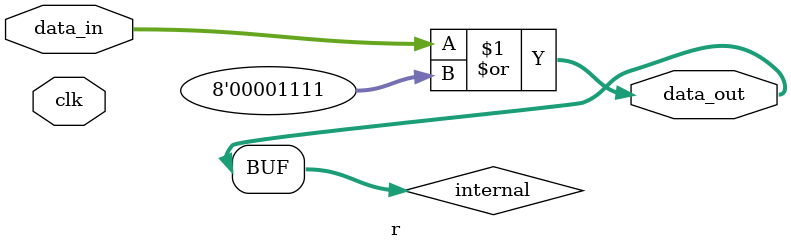
<source format=sv>
module r (
    input logic clk,
    input logic [7:0] data_in,
    output logic [7:0] data_out
);
    logic [7:0] internal;

    assign internal = data_in | 8'h0F;
    assign data_out = internal;

endmodule

</source>
